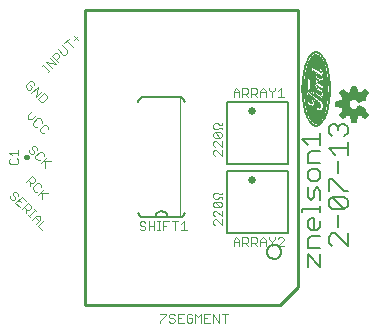
<source format=gto>
G75*
G70*
%OFA0B0*%
%FSLAX24Y24*%
%IPPOS*%
%LPD*%
%AMOC8*
5,1,8,0,0,1.08239X$1,22.5*
%
%ADD10C,0.0050*%
%ADD11R,0.0010X0.0240*%
%ADD12R,0.0010X0.0550*%
%ADD13R,0.0010X0.0710*%
%ADD14R,0.0010X0.0860*%
%ADD15R,0.0010X0.1010*%
%ADD16R,0.0010X0.0450*%
%ADD17R,0.0010X0.0340*%
%ADD18R,0.0010X0.0300*%
%ADD19R,0.0010X0.0310*%
%ADD20R,0.0010X0.0270*%
%ADD21R,0.0010X0.0250*%
%ADD22R,0.0010X0.0540*%
%ADD23R,0.0010X0.0210*%
%ADD24R,0.0010X0.0690*%
%ADD25R,0.0010X0.0170*%
%ADD26R,0.0010X0.0830*%
%ADD27R,0.0010X0.0180*%
%ADD28R,0.0010X0.0150*%
%ADD29R,0.0010X0.0970*%
%ADD30R,0.0010X0.0160*%
%ADD31R,0.0010X0.1100*%
%ADD32R,0.0010X0.1230*%
%ADD33R,0.0010X0.0140*%
%ADD34R,0.0010X0.1330*%
%ADD35R,0.0010X0.1390*%
%ADD36R,0.0010X0.0130*%
%ADD37R,0.0010X0.1470*%
%ADD38R,0.0010X0.0120*%
%ADD39R,0.0010X0.1560*%
%ADD40R,0.0010X0.0110*%
%ADD41R,0.0010X0.1610*%
%ADD42R,0.0010X0.0100*%
%ADD43R,0.0010X0.1670*%
%ADD44R,0.0010X0.1720*%
%ADD45R,0.0010X0.1770*%
%ADD46R,0.0010X0.0090*%
%ADD47R,0.0010X0.1810*%
%ADD48R,0.0010X0.0080*%
%ADD49R,0.0010X0.0260*%
%ADD50R,0.0010X0.0400*%
%ADD51R,0.0010X0.0230*%
%ADD52R,0.0010X0.0050*%
%ADD53R,0.0010X0.0070*%
%ADD54R,0.0010X0.0320*%
%ADD55R,0.0010X0.0010*%
%ADD56R,0.0010X0.0040*%
%ADD57R,0.0010X0.0330*%
%ADD58R,0.0010X0.0020*%
%ADD59R,0.0010X0.0200*%
%ADD60R,0.0010X0.0030*%
%ADD61R,0.0010X0.0410*%
%ADD62R,0.0010X0.0060*%
%ADD63R,0.0010X0.0420*%
%ADD64R,0.0010X0.0360*%
%ADD65R,0.0010X0.0370*%
%ADD66R,0.0010X0.0380*%
%ADD67R,0.0010X0.0430*%
%ADD68R,0.0010X0.0390*%
%ADD69R,0.0010X0.0440*%
%ADD70R,0.0010X0.0190*%
%ADD71R,0.0010X0.0560*%
%ADD72R,0.0010X0.0220*%
%ADD73R,0.0010X0.0460*%
%ADD74R,0.0010X0.0470*%
%ADD75R,0.0010X0.0490*%
%ADD76R,0.0010X0.0500*%
%ADD77R,0.0010X0.0510*%
%ADD78R,0.0010X0.0520*%
%ADD79R,0.0010X0.0530*%
%ADD80R,0.0010X0.0750*%
%ADD81R,0.0010X0.0740*%
%ADD82R,0.0010X0.0730*%
%ADD83R,0.0010X0.0840*%
%ADD84R,0.0010X0.0670*%
%ADD85R,0.0010X0.0650*%
%ADD86R,0.0010X0.0480*%
%ADD87R,0.0010X0.0620*%
%ADD88R,0.0010X0.0700*%
%ADD89R,0.0010X0.0610*%
%ADD90R,0.0010X0.0590*%
%ADD91R,0.0010X0.0580*%
%ADD92R,0.0010X0.1140*%
%ADD93R,0.0010X0.1130*%
%ADD94R,0.0010X0.1200*%
%ADD95R,0.0010X0.0780*%
%ADD96R,0.0010X0.0290*%
%ADD97R,0.0010X0.0640*%
%ADD98R,0.0010X0.0570*%
%ADD99R,0.0010X0.0280*%
%ADD100R,0.0010X0.0350*%
%ADD101R,0.0010X0.0850*%
%ADD102R,0.0010X0.0880*%
%ADD103R,0.0010X0.0900*%
%ADD104R,0.0010X0.1240*%
%ADD105R,0.0010X0.1110*%
%ADD106R,0.0010X0.0870*%
%ADD107R,0.0010X0.0720*%
%ADD108C,0.0030*%
%ADD109C,0.0100*%
%ADD110C,0.0080*%
%ADD111C,0.0060*%
%ADD112C,0.0020*%
%ADD113C,0.0160*%
%ADD114C,0.0250*%
%ADD115C,0.0059*%
D10*
X010321Y004844D02*
X010321Y004945D01*
X010931Y004945D01*
X010931Y004844D02*
X010931Y005047D01*
X010931Y005249D02*
X010931Y005554D01*
X010829Y005656D01*
X010728Y005554D01*
X010728Y005351D01*
X010626Y005249D01*
X010524Y005351D01*
X010524Y005656D01*
X010626Y005857D02*
X010829Y005857D01*
X010931Y005958D01*
X010931Y006162D01*
X010829Y006264D01*
X010626Y006264D01*
X010524Y006162D01*
X010524Y005958D01*
X010626Y005857D01*
X010524Y006464D02*
X010524Y006770D01*
X010626Y006871D01*
X010931Y006871D01*
X010931Y007072D02*
X010931Y007479D01*
X010931Y007275D02*
X010321Y007275D01*
X010524Y007072D01*
X011241Y006958D02*
X011851Y006958D01*
X011851Y007161D02*
X011851Y006754D01*
X011546Y006554D02*
X011546Y006147D01*
X011342Y005946D02*
X011749Y005539D01*
X011851Y005539D01*
X011749Y005338D02*
X011851Y005236D01*
X011851Y005033D01*
X011749Y004931D01*
X011342Y005338D01*
X011749Y005338D01*
X011342Y005338D02*
X011241Y005236D01*
X011241Y005033D01*
X011342Y004931D01*
X011749Y004931D01*
X011546Y004730D02*
X011546Y004323D01*
X011444Y004123D02*
X011342Y004123D01*
X011241Y004021D01*
X011241Y003817D01*
X011342Y003716D01*
X010931Y003628D02*
X010524Y003628D01*
X010524Y003933D01*
X010626Y004035D01*
X010931Y004035D01*
X010829Y004236D02*
X010626Y004236D01*
X010524Y004338D01*
X010524Y004541D01*
X010626Y004643D01*
X010728Y004643D01*
X010728Y004236D01*
X010829Y004236D02*
X010931Y004338D01*
X010931Y004541D01*
X011444Y004123D02*
X011851Y003716D01*
X011851Y004123D01*
X010931Y003428D02*
X010931Y003021D01*
X010524Y003428D01*
X010524Y003021D01*
X011241Y005539D02*
X011241Y005946D01*
X011342Y005946D01*
X010931Y006464D02*
X010524Y006464D01*
X011241Y006958D02*
X011444Y006754D01*
X011342Y007362D02*
X011241Y007464D01*
X011241Y007667D01*
X011342Y007769D01*
X011444Y007769D01*
X011546Y007667D01*
X011648Y007769D01*
X011749Y007769D01*
X011851Y007667D01*
X011851Y007464D01*
X011749Y007362D01*
X011546Y007565D02*
X011546Y007667D01*
D11*
X010856Y008430D03*
X010846Y008440D03*
X011296Y008940D03*
D12*
X011286Y008935D03*
X010436Y008935D03*
X010836Y009825D03*
X010846Y009825D03*
X010866Y009815D03*
D13*
X011276Y008935D03*
D14*
X011266Y008940D03*
D15*
X011256Y008935D03*
X010386Y008935D03*
D16*
X010536Y009515D03*
X010726Y009845D03*
X010926Y009835D03*
X011246Y009285D03*
X011246Y008595D03*
X010886Y008015D03*
X010616Y008165D03*
D17*
X010516Y008370D03*
X011006Y008080D03*
X011236Y008490D03*
X011236Y009390D03*
D18*
X011056Y008580D03*
X011226Y008430D03*
X010596Y008610D03*
X010586Y008620D03*
D19*
X011056Y008165D03*
X011046Y008145D03*
X011226Y009445D03*
D20*
X011216Y009505D03*
X011216Y008375D03*
D21*
X011206Y008315D03*
X011046Y008575D03*
X010346Y008935D03*
X011206Y009565D03*
D22*
X010826Y009830D03*
X010566Y009560D03*
X011206Y008940D03*
X010696Y008110D03*
X010806Y008040D03*
D23*
X011196Y008265D03*
X010896Y008405D03*
X010826Y008465D03*
X010816Y008475D03*
X010806Y008475D03*
X011036Y008585D03*
X010426Y008335D03*
X011026Y009135D03*
X011036Y009135D03*
X010426Y009545D03*
X011196Y009615D03*
D24*
X010606Y009575D03*
X010686Y009215D03*
X010696Y009215D03*
X010706Y009205D03*
X010716Y009205D03*
X010446Y008935D03*
X011196Y008935D03*
D25*
X010996Y009135D03*
X010986Y009135D03*
X010546Y009125D03*
X010456Y009665D03*
X010936Y008385D03*
X011186Y008215D03*
X010456Y008215D03*
D26*
X010456Y008935D03*
X011186Y008935D03*
D27*
X011006Y009130D03*
X011186Y009660D03*
D28*
X011166Y009735D03*
X010916Y009365D03*
X010476Y009735D03*
X010606Y008875D03*
X010766Y008745D03*
X010466Y008175D03*
X010476Y008145D03*
X010486Y008115D03*
X010496Y008085D03*
X011146Y008085D03*
X011156Y008115D03*
X011166Y008145D03*
X011176Y008175D03*
D29*
X011176Y008935D03*
X010466Y008935D03*
D30*
X010976Y009140D03*
X011176Y009700D03*
X010466Y009700D03*
D31*
X011166Y008940D03*
D32*
X011156Y008935D03*
D33*
X011056Y008870D03*
X010936Y008800D03*
X010926Y008810D03*
X010916Y008810D03*
X010906Y008810D03*
X010796Y008730D03*
X010946Y008380D03*
X011136Y008060D03*
X011126Y008040D03*
X010946Y009350D03*
X010926Y009360D03*
X010906Y009370D03*
X010896Y009370D03*
X011156Y009760D03*
X011146Y009790D03*
X010496Y009790D03*
X010486Y009760D03*
D34*
X010496Y008935D03*
X011146Y008935D03*
D35*
X011136Y008935D03*
D36*
X011046Y008885D03*
X010956Y008795D03*
X010946Y008795D03*
X010896Y008815D03*
X010886Y008825D03*
X010876Y008825D03*
X010806Y008715D03*
X011026Y008545D03*
X010506Y008055D03*
X010796Y009285D03*
X010886Y009375D03*
X010936Y009355D03*
X010956Y009345D03*
X011136Y009815D03*
X011126Y009835D03*
D37*
X011126Y008935D03*
D38*
X010966Y008790D03*
X010866Y008830D03*
X010816Y008700D03*
X010966Y008600D03*
X011016Y008550D03*
X010956Y008370D03*
X010646Y008510D03*
X010636Y008510D03*
X010626Y008510D03*
X010626Y008660D03*
X010886Y009190D03*
X010966Y009340D03*
X010876Y009380D03*
X010866Y009390D03*
X010506Y009820D03*
X011106Y009880D03*
X011116Y009860D03*
X011116Y008020D03*
D39*
X011116Y008940D03*
D40*
X011036Y008895D03*
X011026Y008905D03*
X010976Y008785D03*
X010906Y008635D03*
X010926Y008625D03*
X010936Y008615D03*
X010956Y008605D03*
X010976Y008595D03*
X010986Y008585D03*
X010826Y008695D03*
X010726Y008595D03*
X010656Y008645D03*
X010636Y008655D03*
X010596Y008865D03*
X010796Y008955D03*
X010896Y009185D03*
X010976Y009335D03*
X010656Y008505D03*
X010516Y008025D03*
X011106Y007995D03*
D41*
X011106Y008935D03*
D42*
X010906Y009180D03*
X010806Y009280D03*
X010856Y009390D03*
X011056Y009370D03*
X010516Y009850D03*
X010526Y009870D03*
X010536Y009890D03*
X010546Y009910D03*
X010556Y009930D03*
X010566Y009950D03*
X010576Y009970D03*
X011086Y009920D03*
X011096Y009900D03*
X010856Y008830D03*
X010986Y008780D03*
X010916Y008630D03*
X010896Y008640D03*
X010866Y008660D03*
X010846Y008670D03*
X010836Y008680D03*
X010946Y008610D03*
X010996Y008570D03*
X011006Y008560D03*
X010706Y008610D03*
X010696Y008620D03*
X010686Y008630D03*
X010676Y008640D03*
X010666Y008640D03*
X010646Y008650D03*
X010966Y008370D03*
X010526Y008000D03*
X010566Y007920D03*
X010576Y007900D03*
X011076Y007930D03*
X011086Y007950D03*
X011096Y007970D03*
D43*
X011096Y008935D03*
D44*
X011086Y008940D03*
D45*
X011076Y008935D03*
D46*
X011016Y008915D03*
X011006Y008925D03*
X010996Y008935D03*
X010986Y008935D03*
X010976Y008945D03*
X010806Y008955D03*
X010856Y008665D03*
X010876Y008655D03*
X010886Y008645D03*
X010716Y008605D03*
X010666Y008495D03*
X010536Y007985D03*
X010546Y007965D03*
X010556Y007945D03*
X010586Y007885D03*
X011056Y007895D03*
X011066Y007915D03*
X010986Y009325D03*
X010846Y009395D03*
X011076Y009945D03*
D47*
X011066Y008935D03*
D48*
X010966Y008950D03*
X010956Y008960D03*
X010946Y008970D03*
X010936Y008970D03*
X010926Y008980D03*
X010846Y008840D03*
X010716Y008750D03*
X010736Y008560D03*
X010676Y008490D03*
X010996Y008780D03*
X010816Y009280D03*
X010996Y009320D03*
X010946Y009530D03*
X010936Y009530D03*
X010926Y009540D03*
X011066Y009960D03*
X011056Y009980D03*
X011026Y010030D03*
X010596Y010010D03*
X010586Y009990D03*
X010596Y007870D03*
X011026Y007850D03*
X011036Y007860D03*
X011046Y007880D03*
D49*
X010406Y008450D03*
X010626Y008910D03*
X011056Y009150D03*
X010406Y009430D03*
D50*
X010696Y009840D03*
X011026Y009730D03*
X011036Y009710D03*
X011046Y009690D03*
X011056Y009670D03*
D51*
X011046Y009135D03*
X010416Y009485D03*
X010416Y008395D03*
X010836Y008455D03*
X010866Y008425D03*
D52*
X010756Y008515D03*
X010666Y008775D03*
X010656Y008785D03*
X010836Y008945D03*
X010866Y009015D03*
X010886Y009005D03*
X010956Y009095D03*
X010856Y009255D03*
X010846Y009265D03*
X011046Y009385D03*
X010926Y010135D03*
X010906Y010145D03*
X010886Y010155D03*
X010876Y010155D03*
X010856Y010165D03*
X010846Y010165D03*
X010836Y010165D03*
X010826Y010165D03*
X010816Y010165D03*
X010806Y010165D03*
X010796Y010165D03*
X010786Y010165D03*
X010766Y010155D03*
X010756Y010155D03*
X010736Y010145D03*
X010716Y010135D03*
X010716Y007745D03*
X010736Y007735D03*
X010756Y007725D03*
X010766Y007725D03*
X010786Y007715D03*
X010796Y007715D03*
X010836Y007715D03*
X010846Y007715D03*
X010856Y007715D03*
X010876Y007725D03*
X010886Y007725D03*
X010906Y007735D03*
X010926Y007745D03*
D53*
X011006Y007825D03*
X011016Y007835D03*
X010606Y007855D03*
X010706Y008755D03*
X010756Y008775D03*
X010586Y008865D03*
X010816Y008955D03*
X010906Y008995D03*
X010916Y008985D03*
X010966Y009105D03*
X010916Y009175D03*
X010826Y009275D03*
X010956Y009515D03*
X011046Y009995D03*
X011036Y010015D03*
X011016Y010045D03*
X011006Y010055D03*
X010606Y010025D03*
D54*
X010536Y009100D03*
X011036Y008130D03*
X011026Y008110D03*
D55*
X011006Y008675D03*
X010816Y008865D03*
X010806Y008865D03*
X010866Y008935D03*
X010826Y009115D03*
X010856Y009145D03*
X011036Y009395D03*
X010836Y009475D03*
X010826Y009475D03*
X010726Y008715D03*
D56*
X010706Y008830D03*
X010696Y008830D03*
X010686Y008830D03*
X010576Y008860D03*
X010536Y008660D03*
X010776Y008590D03*
X010686Y008480D03*
X010976Y008360D03*
X011026Y008660D03*
X010856Y009030D03*
X010876Y009240D03*
X010866Y009250D03*
X010806Y009470D03*
X010996Y009490D03*
X010826Y007710D03*
X010816Y007710D03*
X010806Y007710D03*
D57*
X011016Y008095D03*
D58*
X011016Y008670D03*
X010856Y008940D03*
X010936Y009090D03*
X010866Y009140D03*
X010816Y009120D03*
X010966Y009210D03*
X010666Y008840D03*
D59*
X011016Y009130D03*
X010436Y009590D03*
X010906Y008400D03*
X010916Y008400D03*
X010436Y008290D03*
D60*
X010676Y008835D03*
X010716Y008825D03*
X010796Y008865D03*
X010826Y008855D03*
X010846Y008945D03*
X010846Y009035D03*
X010806Y009125D03*
X010876Y009145D03*
X010926Y009175D03*
X010946Y009095D03*
X011016Y009315D03*
X011006Y009475D03*
X010816Y009475D03*
D61*
X011016Y009745D03*
X010586Y008205D03*
X010936Y008025D03*
D62*
X010996Y007810D03*
X010986Y007800D03*
X010976Y007790D03*
X010966Y007780D03*
X010956Y007770D03*
X010946Y007760D03*
X010936Y007750D03*
X010916Y007740D03*
X010896Y007730D03*
X010866Y007720D03*
X010776Y007720D03*
X010746Y007730D03*
X010726Y007740D03*
X010706Y007750D03*
X010696Y007760D03*
X010686Y007770D03*
X010676Y007780D03*
X010666Y007790D03*
X010656Y007800D03*
X010646Y007810D03*
X010636Y007820D03*
X010626Y007830D03*
X010616Y007840D03*
X010746Y008540D03*
X010786Y008570D03*
X010796Y008560D03*
X010696Y008760D03*
X010686Y008760D03*
X010676Y008770D03*
X010646Y008790D03*
X010836Y008850D03*
X010826Y008950D03*
X010876Y009010D03*
X010896Y009000D03*
X010796Y009120D03*
X010836Y009270D03*
X010836Y009400D03*
X010796Y009470D03*
X010966Y009510D03*
X010976Y009500D03*
X010986Y009500D03*
X011006Y009320D03*
X011006Y008780D03*
X010996Y010070D03*
X010986Y010080D03*
X010976Y010090D03*
X010966Y010100D03*
X010956Y010110D03*
X010946Y010120D03*
X010936Y010130D03*
X010916Y010140D03*
X010896Y010150D03*
X010866Y010160D03*
X010776Y010160D03*
X010746Y010150D03*
X010726Y010140D03*
X010706Y010130D03*
X010696Y010120D03*
X010686Y010110D03*
X010676Y010100D03*
X010666Y010090D03*
X010656Y010080D03*
X010646Y010070D03*
X010636Y010060D03*
X010626Y010050D03*
X010616Y010040D03*
D63*
X010706Y009840D03*
X010986Y009790D03*
X010996Y009770D03*
X011006Y009760D03*
X010596Y008190D03*
X010916Y008020D03*
X010926Y008020D03*
D64*
X010996Y008070D03*
X010556Y008260D03*
X010506Y008420D03*
X010396Y009330D03*
D65*
X010676Y009835D03*
X010396Y008545D03*
X010986Y008055D03*
D66*
X010976Y008050D03*
X010966Y008040D03*
X010956Y008040D03*
X010566Y008240D03*
X010786Y008850D03*
D67*
X010786Y009295D03*
X010976Y009795D03*
X010966Y009805D03*
X010956Y009815D03*
X010716Y009845D03*
X010906Y008015D03*
D68*
X010946Y008035D03*
X010576Y008225D03*
X010686Y009835D03*
D69*
X010936Y009830D03*
X010946Y009820D03*
X010606Y008180D03*
X010896Y008020D03*
D70*
X010926Y008395D03*
X010546Y008645D03*
X010446Y008255D03*
X010446Y009625D03*
D71*
X010856Y009820D03*
X010876Y009810D03*
X010886Y009800D03*
X010896Y009800D03*
X010906Y009790D03*
X010916Y009790D03*
X010706Y008100D03*
D72*
X010886Y008410D03*
X010876Y008420D03*
X010616Y008900D03*
D73*
X010626Y008150D03*
X010876Y008010D03*
X010736Y009840D03*
D74*
X010746Y009845D03*
X010866Y008015D03*
D75*
X010856Y008015D03*
X010646Y008135D03*
X010766Y009845D03*
D76*
X010776Y009840D03*
X010846Y008020D03*
D77*
X010836Y008025D03*
X010656Y008125D03*
X010556Y009545D03*
D78*
X010786Y009840D03*
X010796Y009840D03*
X010666Y008120D03*
X010826Y008030D03*
D79*
X010816Y008035D03*
X010686Y008115D03*
X010676Y008115D03*
X010806Y009835D03*
X010816Y009835D03*
D80*
X010766Y008155D03*
X010796Y008145D03*
D81*
X010786Y008140D03*
D82*
X010776Y008145D03*
X010616Y009575D03*
D83*
X010776Y009090D03*
D84*
X010766Y009185D03*
X010756Y009185D03*
D85*
X010756Y008115D03*
D86*
X010636Y008140D03*
X010546Y009530D03*
X010756Y009840D03*
D87*
X010746Y008110D03*
D88*
X010746Y009180D03*
X010736Y009180D03*
X010726Y009190D03*
X010676Y009220D03*
D89*
X010586Y009565D03*
X010736Y008105D03*
D90*
X010726Y008105D03*
D91*
X010716Y008100D03*
D92*
X010666Y009440D03*
D93*
X010656Y009435D03*
X010646Y009415D03*
D94*
X010636Y009370D03*
D95*
X010626Y009560D03*
D96*
X010576Y008635D03*
X010606Y008605D03*
X010616Y008595D03*
D97*
X010596Y009570D03*
D98*
X010576Y009565D03*
X010356Y008935D03*
D99*
X010556Y008670D03*
X010566Y008650D03*
D100*
X010526Y008335D03*
X010536Y008305D03*
X010546Y008275D03*
D101*
X010526Y009295D03*
D102*
X010516Y009240D03*
D103*
X010506Y009180D03*
D104*
X010486Y008940D03*
D105*
X010476Y008935D03*
D106*
X010376Y008935D03*
D107*
X010366Y008940D03*
D108*
X009718Y008680D02*
X009524Y008680D01*
X009621Y008680D02*
X009621Y008970D01*
X009524Y008873D01*
X009423Y008922D02*
X009423Y008970D01*
X009423Y008922D02*
X009326Y008825D01*
X009326Y008680D01*
X009326Y008825D02*
X009230Y008922D01*
X009230Y008970D01*
X009129Y008873D02*
X009129Y008680D01*
X009129Y008825D02*
X008935Y008825D01*
X008935Y008873D02*
X009032Y008970D01*
X009129Y008873D01*
X008935Y008873D02*
X008935Y008680D01*
X008834Y008680D02*
X008737Y008776D01*
X008785Y008776D02*
X008640Y008776D01*
X008640Y008680D02*
X008640Y008970D01*
X008785Y008970D01*
X008834Y008922D01*
X008834Y008825D01*
X008785Y008776D01*
X008539Y008825D02*
X008539Y008922D01*
X008491Y008970D01*
X008346Y008970D01*
X008346Y008680D01*
X008346Y008776D02*
X008491Y008776D01*
X008539Y008825D01*
X008442Y008776D02*
X008539Y008680D01*
X008245Y008680D02*
X008245Y008873D01*
X008148Y008970D01*
X008051Y008873D01*
X008051Y008680D01*
X008051Y008825D02*
X008245Y008825D01*
X007661Y007797D02*
X007661Y007749D01*
X007564Y007749D01*
X007516Y007797D01*
X007419Y007797D01*
X007371Y007749D01*
X007371Y007652D01*
X007419Y007604D01*
X007516Y007604D01*
X007564Y007652D01*
X007661Y007652D01*
X007661Y007604D01*
X007613Y007502D02*
X007661Y007454D01*
X007661Y007357D01*
X007613Y007309D01*
X007419Y007502D01*
X007613Y007502D01*
X007419Y007502D02*
X007371Y007454D01*
X007371Y007357D01*
X007419Y007309D01*
X007613Y007309D01*
X007661Y007208D02*
X007661Y007014D01*
X007468Y007208D01*
X007419Y007208D01*
X007371Y007159D01*
X007371Y007063D01*
X007419Y007014D01*
X007419Y006913D02*
X007371Y006865D01*
X007371Y006768D01*
X007419Y006720D01*
X007419Y006913D02*
X007468Y006913D01*
X007661Y006720D01*
X007661Y006913D01*
X007661Y005477D02*
X007661Y005429D01*
X007564Y005429D01*
X007516Y005477D01*
X007419Y005477D01*
X007371Y005429D01*
X007371Y005332D01*
X007419Y005284D01*
X007516Y005284D01*
X007564Y005332D01*
X007661Y005332D01*
X007661Y005284D01*
X007613Y005182D02*
X007661Y005134D01*
X007661Y005037D01*
X007613Y004989D01*
X007419Y005182D01*
X007613Y005182D01*
X007613Y004989D02*
X007419Y004989D01*
X007371Y005037D01*
X007371Y005134D01*
X007419Y005182D01*
X007419Y004888D02*
X007371Y004839D01*
X007371Y004743D01*
X007419Y004694D01*
X007419Y004593D02*
X007371Y004545D01*
X007371Y004448D01*
X007419Y004400D01*
X007419Y004593D02*
X007468Y004593D01*
X007661Y004400D01*
X007661Y004593D01*
X007661Y004694D02*
X007468Y004888D01*
X007419Y004888D01*
X007661Y004888D02*
X007661Y004694D01*
X008148Y003990D02*
X008245Y003893D01*
X008245Y003700D01*
X008346Y003700D02*
X008346Y003990D01*
X008491Y003990D01*
X008539Y003942D01*
X008539Y003845D01*
X008491Y003796D01*
X008346Y003796D01*
X008442Y003796D02*
X008539Y003700D01*
X008640Y003700D02*
X008640Y003990D01*
X008785Y003990D01*
X008834Y003942D01*
X008834Y003845D01*
X008785Y003796D01*
X008640Y003796D01*
X008737Y003796D02*
X008834Y003700D01*
X008935Y003700D02*
X008935Y003893D01*
X009032Y003990D01*
X009129Y003893D01*
X009129Y003700D01*
X009129Y003845D02*
X008935Y003845D01*
X009230Y003942D02*
X009326Y003845D01*
X009326Y003700D01*
X009326Y003845D02*
X009423Y003942D01*
X009423Y003990D01*
X009524Y003942D02*
X009573Y003990D01*
X009669Y003990D01*
X009718Y003942D01*
X009718Y003893D01*
X009524Y003700D01*
X009718Y003700D01*
X009230Y003942D02*
X009230Y003990D01*
X008245Y003845D02*
X008051Y003845D01*
X008051Y003893D02*
X008051Y003700D01*
X008051Y003893D02*
X008148Y003990D01*
X006490Y004240D02*
X006296Y004240D01*
X006393Y004240D02*
X006393Y004530D01*
X006296Y004433D01*
X006195Y004530D02*
X006001Y004530D01*
X006098Y004530D02*
X006098Y004240D01*
X005804Y004385D02*
X005707Y004385D01*
X005707Y004240D02*
X005707Y004530D01*
X005900Y004530D01*
X005607Y004530D02*
X005510Y004530D01*
X005559Y004530D02*
X005559Y004240D01*
X005607Y004240D02*
X005510Y004240D01*
X005409Y004240D02*
X005409Y004530D01*
X005216Y004530D02*
X005216Y004240D01*
X005115Y004288D02*
X005066Y004240D01*
X004969Y004240D01*
X004921Y004288D01*
X004969Y004385D02*
X005066Y004385D01*
X005115Y004336D01*
X005115Y004288D01*
X005216Y004385D02*
X005409Y004385D01*
X005115Y004482D02*
X005066Y004530D01*
X004969Y004530D01*
X004921Y004482D01*
X004921Y004433D01*
X004969Y004385D01*
X001875Y005485D02*
X001601Y005485D01*
X001669Y005485D02*
X001669Y005280D01*
X001533Y005417D02*
X001738Y005622D01*
X001632Y005659D02*
X001632Y005728D01*
X001564Y005796D01*
X001495Y005796D01*
X001359Y005659D01*
X001359Y005591D01*
X001427Y005522D01*
X001495Y005522D01*
X001253Y005697D02*
X001253Y005833D01*
X001287Y005799D02*
X001184Y005902D01*
X001116Y005833D02*
X001321Y006039D01*
X001424Y005936D01*
X001424Y005868D01*
X001355Y005799D01*
X001287Y005799D01*
X000878Y005452D02*
X000810Y005520D01*
X000741Y005520D01*
X000707Y005486D01*
X000707Y005417D01*
X000776Y005349D01*
X000776Y005281D01*
X000741Y005246D01*
X000673Y005246D01*
X000605Y005315D01*
X000605Y005383D01*
X000878Y005383D02*
X000878Y005452D01*
X000984Y005346D02*
X000779Y005141D01*
X000916Y005004D01*
X000987Y004932D02*
X001192Y005138D01*
X001295Y005035D01*
X001295Y004967D01*
X001226Y004898D01*
X001158Y004898D01*
X001055Y005001D01*
X001124Y004932D02*
X001124Y004796D01*
X001195Y004724D02*
X001264Y004656D01*
X001230Y004690D02*
X001435Y004895D01*
X001401Y004929D02*
X001469Y004861D01*
X001471Y004722D02*
X001608Y004722D01*
X001608Y004585D01*
X001471Y004448D01*
X001543Y004377D02*
X001679Y004240D01*
X001543Y004377D02*
X001748Y004582D01*
X001574Y004551D02*
X001437Y004688D01*
X001471Y004722D02*
X001334Y004585D01*
X000950Y005175D02*
X000881Y005243D01*
X000984Y005346D02*
X001121Y005209D01*
X001759Y006320D02*
X001759Y006525D01*
X001691Y006525D02*
X001965Y006525D01*
X001828Y006662D02*
X001623Y006457D01*
X001585Y006562D02*
X001517Y006562D01*
X001449Y006631D01*
X001449Y006699D01*
X001585Y006836D01*
X001654Y006836D01*
X001722Y006768D01*
X001722Y006699D01*
X001514Y006908D02*
X001514Y006976D01*
X001445Y007044D01*
X001377Y007044D01*
X001343Y007010D01*
X001343Y006942D01*
X001411Y006873D01*
X001411Y006805D01*
X001377Y006771D01*
X001309Y006771D01*
X001240Y006839D01*
X001240Y006908D01*
X000871Y006918D02*
X000871Y006724D01*
X000871Y006821D02*
X000581Y006821D01*
X000678Y006724D01*
X000629Y006623D02*
X000581Y006575D01*
X000581Y006478D01*
X000629Y006430D01*
X000823Y006430D01*
X000871Y006478D01*
X000871Y006575D01*
X000823Y006623D01*
X001655Y007474D02*
X001587Y007543D01*
X001587Y007611D01*
X001724Y007748D01*
X001792Y007748D01*
X001861Y007679D01*
X001861Y007611D01*
X001724Y007474D02*
X001655Y007474D01*
X001515Y007682D02*
X001447Y007682D01*
X001379Y007751D01*
X001379Y007819D01*
X001515Y007956D01*
X001584Y007956D01*
X001652Y007888D01*
X001652Y007819D01*
X001478Y008062D02*
X001341Y007925D01*
X001204Y007925D01*
X001204Y008062D01*
X001341Y008199D01*
X001625Y008504D02*
X001694Y008504D01*
X001831Y008641D01*
X001831Y008709D01*
X001728Y008812D01*
X001523Y008607D01*
X001625Y008504D01*
X001451Y008678D02*
X001656Y008884D01*
X001520Y009020D02*
X001451Y008678D01*
X001314Y008815D02*
X001520Y009020D01*
X001414Y009058D02*
X001414Y009126D01*
X001345Y009194D01*
X001277Y009194D01*
X001140Y009058D01*
X001140Y008989D01*
X001209Y008921D01*
X001277Y008921D01*
X001345Y008989D01*
X001277Y009058D01*
X001856Y009496D02*
X001924Y009564D01*
X001890Y009530D02*
X001685Y009735D01*
X001651Y009701D02*
X001719Y009770D01*
X001790Y009840D02*
X002132Y009772D01*
X001927Y009977D01*
X001998Y010048D02*
X002101Y010151D01*
X002169Y010151D01*
X002238Y010083D01*
X002238Y010014D01*
X002135Y009912D01*
X002203Y009843D02*
X001998Y010048D01*
X001790Y009840D02*
X001995Y009635D01*
X002377Y010086D02*
X002446Y010086D01*
X002514Y010154D01*
X002514Y010223D01*
X002343Y010394D01*
X002415Y010465D02*
X002552Y010602D01*
X002483Y010533D02*
X002688Y010328D01*
X002726Y010571D02*
X002863Y010708D01*
X002726Y010708D02*
X002863Y010571D01*
X002377Y010086D02*
X002206Y010257D01*
X005601Y001440D02*
X005795Y001440D01*
X005795Y001392D01*
X005601Y001198D01*
X005601Y001150D01*
X005896Y001198D02*
X005944Y001150D01*
X006041Y001150D01*
X006089Y001198D01*
X006089Y001246D01*
X006041Y001295D01*
X005944Y001295D01*
X005896Y001343D01*
X005896Y001392D01*
X005944Y001440D01*
X006041Y001440D01*
X006089Y001392D01*
X006190Y001440D02*
X006190Y001150D01*
X006384Y001150D01*
X006485Y001198D02*
X006533Y001150D01*
X006630Y001150D01*
X006679Y001198D01*
X006679Y001295D01*
X006582Y001295D01*
X006679Y001392D02*
X006630Y001440D01*
X006533Y001440D01*
X006485Y001392D01*
X006485Y001198D01*
X006287Y001295D02*
X006190Y001295D01*
X006190Y001440D02*
X006384Y001440D01*
X006780Y001440D02*
X006780Y001150D01*
X006973Y001150D02*
X006973Y001440D01*
X006876Y001343D01*
X006780Y001440D01*
X007074Y001440D02*
X007074Y001150D01*
X007268Y001150D01*
X007369Y001150D02*
X007369Y001440D01*
X007562Y001150D01*
X007562Y001440D01*
X007664Y001440D02*
X007857Y001440D01*
X007760Y001440D02*
X007760Y001150D01*
X007268Y001440D02*
X007074Y001440D01*
X007074Y001295D02*
X007171Y001295D01*
D109*
X009599Y001743D02*
X003103Y001743D01*
X003103Y011586D01*
X010189Y011586D01*
X010189Y002334D01*
X009599Y001743D01*
D110*
X009166Y003515D02*
X009168Y003545D01*
X009174Y003575D01*
X009183Y003604D01*
X009196Y003631D01*
X009213Y003656D01*
X009232Y003679D01*
X009255Y003700D01*
X009280Y003717D01*
X009306Y003731D01*
X009335Y003741D01*
X009364Y003748D01*
X009394Y003751D01*
X009425Y003750D01*
X009455Y003745D01*
X009484Y003736D01*
X009511Y003724D01*
X009537Y003709D01*
X009561Y003690D01*
X009582Y003668D01*
X009600Y003644D01*
X009615Y003617D01*
X009626Y003589D01*
X009634Y003560D01*
X009638Y003530D01*
X009638Y003500D01*
X009634Y003470D01*
X009626Y003441D01*
X009615Y003413D01*
X009600Y003386D01*
X009582Y003362D01*
X009561Y003340D01*
X009537Y003321D01*
X009511Y003306D01*
X009484Y003294D01*
X009455Y003285D01*
X009425Y003280D01*
X009394Y003279D01*
X009364Y003282D01*
X009335Y003289D01*
X009306Y003299D01*
X009280Y003313D01*
X009255Y003330D01*
X009232Y003351D01*
X009213Y003374D01*
X009196Y003399D01*
X009183Y003426D01*
X009174Y003455D01*
X009168Y003485D01*
X009166Y003515D01*
X009854Y004125D02*
X007838Y004125D01*
X007838Y006204D01*
X009854Y006204D01*
X009854Y004125D01*
X009854Y006425D02*
X007838Y006425D01*
X007838Y008504D01*
X009854Y008504D01*
X009854Y006425D01*
D111*
X006416Y004815D02*
X006414Y004792D01*
X006409Y004769D01*
X006400Y004747D01*
X006387Y004727D01*
X006372Y004709D01*
X006354Y004694D01*
X006334Y004681D01*
X006312Y004672D01*
X006289Y004667D01*
X006266Y004665D01*
X005846Y004665D01*
X005446Y004665D01*
X005026Y004665D01*
X005003Y004667D01*
X004980Y004672D01*
X004958Y004681D01*
X004938Y004694D01*
X004920Y004709D01*
X004905Y004727D01*
X004892Y004747D01*
X004883Y004769D01*
X004878Y004792D01*
X004876Y004815D01*
X005446Y004665D02*
X005448Y004692D01*
X005453Y004719D01*
X005463Y004745D01*
X005475Y004769D01*
X005491Y004791D01*
X005509Y004811D01*
X005531Y004828D01*
X005554Y004843D01*
X005579Y004853D01*
X005605Y004861D01*
X005632Y004865D01*
X005660Y004865D01*
X005687Y004861D01*
X005713Y004853D01*
X005738Y004843D01*
X005761Y004828D01*
X005783Y004811D01*
X005801Y004791D01*
X005817Y004769D01*
X005829Y004745D01*
X005839Y004719D01*
X005844Y004692D01*
X005846Y004665D01*
X006416Y008515D02*
X006414Y008538D01*
X006409Y008561D01*
X006400Y008583D01*
X006387Y008603D01*
X006372Y008621D01*
X006354Y008636D01*
X006334Y008649D01*
X006312Y008658D01*
X006289Y008663D01*
X006266Y008665D01*
X005026Y008665D01*
X005003Y008663D01*
X004980Y008658D01*
X004958Y008649D01*
X004938Y008636D01*
X004920Y008621D01*
X004905Y008603D01*
X004892Y008583D01*
X004883Y008561D01*
X004878Y008538D01*
X004876Y008515D01*
D112*
X006276Y008665D02*
X006276Y004665D01*
D113*
X001158Y006665D02*
X001134Y006665D01*
D114*
X008659Y005915D03*
X008659Y008215D03*
D115*
X011480Y008363D02*
X011670Y008343D01*
X011691Y008279D01*
X011722Y008220D01*
X011601Y008071D01*
X011702Y007969D01*
X011851Y008090D01*
X011911Y008060D01*
X011975Y008039D01*
X011994Y007849D01*
X012138Y007849D01*
X012157Y008039D01*
X012221Y008060D01*
X012281Y008090D01*
X012430Y007969D01*
X012531Y008071D01*
X012410Y008220D01*
X012441Y008279D01*
X012237Y008364D01*
X012215Y008326D01*
X012186Y008294D01*
X012150Y008270D01*
X012109Y008255D01*
X012066Y008250D01*
X012022Y008255D01*
X011981Y008271D01*
X011944Y008296D01*
X011915Y008329D01*
X011894Y008368D01*
X011883Y008411D01*
X011883Y008455D01*
X011893Y008498D01*
X011913Y008537D01*
X011941Y008571D01*
X011977Y008596D01*
X012018Y008613D01*
X012062Y008619D01*
X012106Y008615D01*
X012148Y008600D01*
X012185Y008576D01*
X012215Y008544D01*
X012237Y008505D01*
X012441Y008590D01*
X012410Y008650D01*
X012531Y008798D01*
X012430Y008900D01*
X012281Y008779D01*
X012221Y008810D01*
X012157Y008830D01*
X012138Y009021D01*
X011994Y009021D01*
X011975Y008830D01*
X011911Y008810D01*
X011851Y008779D01*
X011702Y008900D01*
X011601Y008798D01*
X011722Y008650D01*
X011691Y008590D01*
X011670Y008526D01*
X011480Y008507D01*
X011480Y008363D01*
X011480Y008413D02*
X011883Y008413D01*
X011886Y008471D02*
X011480Y008471D01*
X011550Y008356D02*
X011901Y008356D01*
X011943Y008298D02*
X011685Y008298D01*
X011711Y008240D02*
X012421Y008240D01*
X012440Y008183D02*
X011692Y008183D01*
X011645Y008125D02*
X012487Y008125D01*
X012528Y008068D02*
X012309Y008068D01*
X012237Y008068D02*
X011895Y008068D01*
X011823Y008068D02*
X011604Y008068D01*
X011662Y008010D02*
X011753Y008010D01*
X011978Y008010D02*
X012154Y008010D01*
X012149Y007953D02*
X011984Y007953D01*
X011989Y007895D02*
X012143Y007895D01*
X012380Y008010D02*
X012471Y008010D01*
X012396Y008298D02*
X012189Y008298D01*
X012232Y008356D02*
X012257Y008356D01*
X012224Y008528D02*
X012292Y008528D01*
X012170Y008586D02*
X012431Y008586D01*
X012414Y008643D02*
X011718Y008643D01*
X011690Y008586D02*
X011962Y008586D01*
X011908Y008528D02*
X011671Y008528D01*
X011680Y008701D02*
X012452Y008701D01*
X012499Y008758D02*
X011633Y008758D01*
X011618Y008816D02*
X011806Y008816D01*
X011735Y008874D02*
X011676Y008874D01*
X011930Y008816D02*
X012202Y008816D01*
X012153Y008874D02*
X011979Y008874D01*
X011985Y008931D02*
X012147Y008931D01*
X012141Y008989D02*
X011991Y008989D01*
X012327Y008816D02*
X012514Y008816D01*
X012456Y008874D02*
X012397Y008874D01*
M02*

</source>
